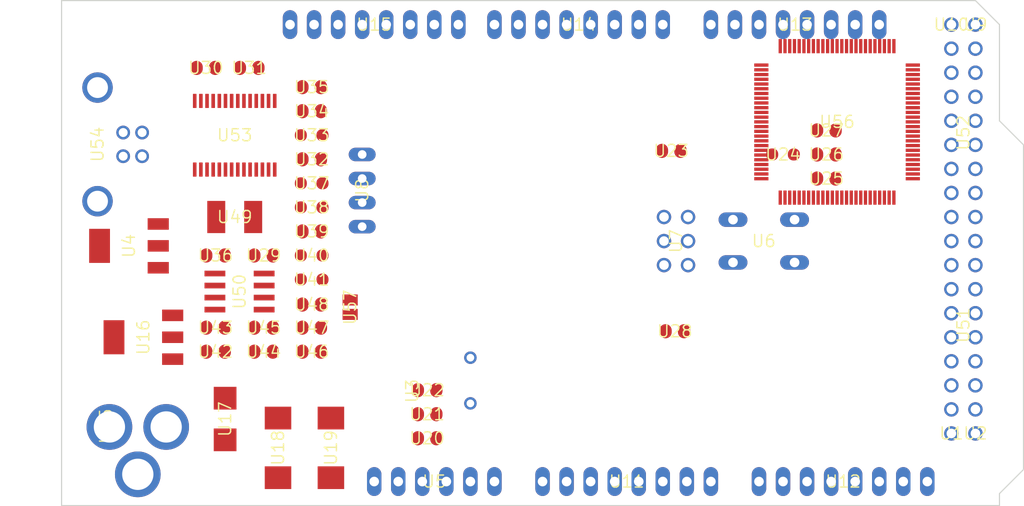
<source format=kicad_pcb>
(kicad_pcb (version 20221018) (generator pcbnew)
  (layers (0 "F.Cu" signal "Top") (31 "B.Cu" signal "Bottom") (34 "B.Paste" user) (35 "F.Paste" user) (36 "B.SilkS" user "B.Silkscreen") (37 "F.SilkS" user "F.Silkscreen") (38 "B.Mask" user) (39 "F.Mask" user) (44 "Edge.Cuts" user))
  (net 0 "")
  (net 1 "+5V")
  (net 2 "GND")
  (net 3 "N$6")
  (net 4 "N$7")
  (net 5 "AREF")
  (net 6 "RESET")
  (net 7 "VIN")
  (net 8 "N$3")
  (net 9 "PWRIN")
  (net 10 "M8RXD")
  (net 11 "M8TXD")
  (net 12 "ADC0")
  (net 13 "ADC2")
  (net 14 "ADC1")
  (net 15 "ADC3")
  (net 16 "ADC4")
  (net 17 "ADC5")
  (net 18 "ADC6")
  (net 19 "ADC7")
  (net 20 "+3V3")
  (net 21 "SDA")
  (net 22 "SCL")
  (net 23 "ADC9")
  (net 24 "ADC8")
  (net 25 "ADC10")
  (net 26 "ADC11")
  (net 27 "ADC12")
  (net 28 "ADC13")
  (net 29 "ADC14")
  (net 30 "ADC15")
  (net 31 "PB3")
  (net 32 "PB2")
  (net 33 "PB1")
  (net 34 "PB5")
  (net 35 "PB4")
  (net 36 "PE5")
  (net 37 "PE4")
  (net 38 "PE3")
  (net 39 "PE1")
  (net 40 "PE0")
  (net 41 "N$15")
  (net 42 "N$53")
  (net 43 "N$54")
  (net 44 "N$55")
  (net 45 "D-")
  (net 46 "D+")
  (net 47 "N$60")
  (net 48 "DTR")
  (net 49 "USBVCC")
  (net 50 "N$2")
  (net 51 "N$4")
  (net 52 "GATE_CMD")
  (net 53 "CMP")
  (net 54 "PB6")
  (net 55 "PH3")
  (net 56 "PH4")
  (net 57 "PH5")
  (net 58 "PH6")
  (net 59 "PG5")
  (net 60 "RXD1")
  (net 61 "TXD1")
  (net 62 "RXD2")
  (net 63 "RXD3")
  (net 64 "TXD2")
  (net 65 "TXD3")
  (net 66 "PC0")
  (net 67 "PC1")
  (net 68 "PC2")
  (net 69 "PC3")
  (net 70 "PC4")
  (net 71 "PC5")
  (net 72 "PC6")
  (net 73 "PC7")
  (net 74 "PB0")
  (net 75 "PG0")
  (net 76 "PG1")
  (net 77 "PG2")
  (net 78 "PD7")
  (net 79 "PA0")
  (net 80 "PA1")
  (net 81 "PA2")
  (net 82 "PA3")
  (net 83 "PA4")
  (net 84 "PA5")
  (net 85 "PA6")
  (net 86 "PA7")
  (net 87 "PL0")
  (net 88 "PL1")
  (net 89 "PL2")
  (net 90 "PL3")
  (net 91 "PL4")
  (net 92 "PL5")
  (net 93 "PL6")
  (net 94 "PL7")
  (net 95 "PB7")
  (net 96 "CTS")
  (net 97 "DSR")
  (net 98 "DCD")
  (net 99 "RI")
  (footprint "Arduino_MEGA_Reference_Design:2X03" (layer "F.Cu") (at 162.5981 103.7336 -90)
    (fp_text reference "U7")
    (fp_text value "")
  )
  (footprint "Arduino_MEGA_Reference_Design:1X08" (layer "F.Cu") (at 152.3111 80.8736 180)
    (fp_text reference "U14")
    (fp_text value "")
  )
  (footprint "Arduino_MEGA_Reference_Design:1X08" (layer "F.Cu") (at 130.7211 80.8736 180)
    (fp_text reference "U15")
    (fp_text value "")
  )
  (footprint "Arduino_MEGA_Reference_Design:SMC_D" (layer "F.Cu") (at 120.5611 125.5776 -90)
    (fp_text reference "U18")
    (fp_text value "")
  )
  (footprint "Arduino_MEGA_Reference_Design:SMC_D" (layer "F.Cu") (at 126.1491 125.5776 -90)
    (fp_text reference "U19")
    (fp_text value "")
  )
  (footprint "Arduino_MEGA_Reference_Design:B3F-10XX" (layer "F.Cu") (at 171.8691 103.7336 180)
    (fp_text reference "U6")
    (fp_text value "")
  )
  (footprint "Arduino_MEGA_Reference_Design:0805RND" (layer "F.Cu") (at 173.9011 94.5896 180)
    (fp_text reference "U24")
    (fp_text value "")
  )
  (footprint "Arduino_MEGA_Reference_Design:SMB" (layer "F.Cu") (at 114.9731 122.5296 -90)
    (fp_text reference "U17")
    (fp_text value "")
  )
  (footprint "Arduino_MEGA_Reference_Design:DC-21MM" (layer "F.Cu") (at 103.0351 123.2916 90)
    (fp_text reference "U55")
    (fp_text value "")
  )
  (footprint "Arduino_MEGA_Reference_Design:HC49_S" (layer "F.Cu") (at 140.8811 118.4656 90)
    (fp_text reference "U3")
    (fp_text value "")
  )
  (footprint "Arduino_MEGA_Reference_Design:SOT223" (layer "F.Cu") (at 106.3371 113.8936 90)
    (fp_text reference "U16")
    (fp_text value "")
  )
  (footprint "Arduino_MEGA_Reference_Design:1X06" (layer "F.Cu") (at 137.0711 129.1336)
    (fp_text reference "U5")
    (fp_text value "")
  )
  (footprint "Arduino_MEGA_Reference_Design:C0805RND" (layer "F.Cu") (at 124.1171 87.4776)
    (fp_text reference "U35")
    (fp_text value "")
  )
  (footprint "Arduino_MEGA_Reference_Design:C0805RND" (layer "F.Cu") (at 162.4711 113.2586)
    (fp_text reference "U28")
    (fp_text value "")
  )
  (footprint "Arduino_MEGA_Reference_Design:C0805RND" (layer "F.Cu") (at 136.3091 122.0216)
    (fp_text reference "U21")
    (fp_text value "")
  )
  (footprint "Arduino_MEGA_Reference_Design:C0805RND" (layer "F.Cu") (at 136.3091 119.4816)
    (fp_text reference "U22")
    (fp_text value "")
  )
  (footprint "Arduino_MEGA_Reference_Design:C0805RND" (layer "F.Cu") (at 113.9571 112.8776)
    (fp_text reference "U43")
    (fp_text value "")
  )
  (footprint "Arduino_MEGA_Reference_Design:RCL_0805RND" (layer "F.Cu") (at 124.1171 105.2576)
    (fp_text reference "U40")
    (fp_text value "")
  )
  (footprint "Arduino_MEGA_Reference_Design:RCL_0805RND" (layer "F.Cu") (at 124.1171 107.7976)
    (fp_text reference "U41")
    (fp_text value "")
  )
  (footprint "Arduino_MEGA_Reference_Design:1X08" (layer "F.Cu") (at 157.3911 129.1336)
    (fp_text reference "U11")
    (fp_text value "")
  )
  (footprint "Arduino_MEGA_Reference_Design:1X08" (layer "F.Cu") (at 175.1711 80.8736 180)
    (fp_text reference "U13")
    (fp_text value "")
  )
  (footprint "Arduino_MEGA_Reference_Design:R0805RND" (layer "F.Cu") (at 178.4731 94.5896 180)
    (fp_text reference "U26")
    (fp_text value "")
  )
  (footprint "Arduino_MEGA_Reference_Design:R0805RND" (layer "F.Cu") (at 178.4731 92.0496 180)
    (fp_text reference "U27")
    (fp_text value "")
  )
  (footprint "Arduino_MEGA_Reference_Design:TQFP100" (layer "F.Cu") (at 179.6085662841797 91.14759826660156 0)
    (fp_text reference "U56")
    (fp_text value "")
  )
  (footprint "Arduino_MEGA_Reference_Design:C0805RND" (layer "F.Cu") (at 162.0901 94.2086 180)
    (fp_text reference "U23")
    (fp_text value "")
  )
  (footprint "Arduino_MEGA_Reference_Design:C0805RND" (layer "F.Cu") (at 136.3091 124.5616)
    (fp_text reference "U20")
    (fp_text value "")
  )
  (footprint "Arduino_MEGA_Reference_Design:1X08" (layer "F.Cu") (at 180.2511 129.1336)
    (fp_text reference "U12")
    (fp_text value "")
  )
  (footprint "Arduino_MEGA_Reference_Design:R0805RND" (layer "F.Cu") (at 124.1171 112.8776)
    (fp_text reference "U47")
    (fp_text value "")
  )
  (footprint "Arduino_MEGA_Reference_Design:C0805RND" (layer "F.Cu") (at 124.1171 115.4176)
    (fp_text reference "U46")
    (fp_text value "")
  )
  (footprint "Arduino_MEGA_Reference_Design:C0805RND" (layer "F.Cu") (at 113.9571 105.2576)
    (fp_text reference "U36")
    (fp_text value "")
  )
  (footprint "Arduino_MEGA_Reference_Design:C0805RND" (layer "F.Cu") (at 112.9411 85.4456)
    (fp_text reference "U30")
    (fp_text value "")
  )
  (footprint "Arduino_MEGA_Reference_Design:0805RND" (layer "F.Cu") (at 124.1171 100.1776 180)
    (fp_text reference "U38")
    (fp_text value "")
  )
  (footprint "Arduino_MEGA_Reference_Design:0805RND" (layer "F.Cu") (at 124.1171 97.6376 180)
    (fp_text reference "U37")
    (fp_text value "")
  )
  (footprint "Arduino_MEGA_Reference_Design:R0805RND" (layer "F.Cu") (at 124.1171 95.0976)
    (fp_text reference "U32")
    (fp_text value "")
  )
  (footprint "Arduino_MEGA_Reference_Design:R0805RND" (layer "F.Cu") (at 124.1171 102.7176)
    (fp_text reference "U39")
    (fp_text value "")
  )
  (footprint "Arduino_MEGA_Reference_Design:SSOP28" (layer "F.Cu") (at 115.9891 92.5576)
    (fp_text reference "U53")
    (fp_text value "")
  )
  (footprint "Arduino_MEGA_Reference_Design:PN61729" (layer "F.Cu") (at 98.9584 93.5228 -90)
    (fp_text reference "U54")
    (fp_text value "")
  )
  (footprint "Arduino_MEGA_Reference_Design:L1812" (layer "F.Cu") (at 115.9891 101.1936)
    (fp_text reference "U49")
    (fp_text value "")
  )
  (footprint "Arduino_MEGA_Reference_Design:C0805RND" (layer "F.Cu") (at 117.5131 85.4456)
    (fp_text reference "U31")
    (fp_text value "")
  )
  (footprint "Arduino_MEGA_Reference_Design:0805RND" (layer "F.Cu") (at 124.1171 92.5576 180)
    (fp_text reference "U33")
    (fp_text value "")
  )
  (footprint "Arduino_MEGA_Reference_Design:R0805RND" (layer "F.Cu") (at 124.1171 90.0176 180)
    (fp_text reference "U34")
    (fp_text value "")
  )
  (footprint "Arduino_MEGA_Reference_Design:C0805RND" (layer "F.Cu") (at 124.1171 110.4392 180)
    (fp_text reference "U48")
    (fp_text value "")
  )
  (footprint "Arduino_MEGA_Reference_Design:SOT223" (layer "F.Cu") (at 104.8131 104.2416 90)
    (fp_text reference "U4")
    (fp_text value "")
  )
  (footprint "Arduino_MEGA_Reference_Design:SO08" (layer "F.Cu") (at 116.4971 109.0676 -90)
    (fp_text reference "U50")
    (fp_text value "")
  )
  (footprint "Arduino_MEGA_Reference_Design:R0805RND" (layer "F.Cu") (at 113.9571 115.4176 180)
    (fp_text reference "U42")
    (fp_text value "")
  )
  (footprint "Arduino_MEGA_Reference_Design:R0805RND" (layer "F.Cu") (at 119.0371 112.8776 180)
    (fp_text reference "U45")
    (fp_text value "")
  )
  (footprint "Arduino_MEGA_Reference_Design:C0805RND" (layer "F.Cu") (at 119.0371 115.4176 180)
    (fp_text reference "U44")
    (fp_text value "")
  )
  (footprint "Arduino_MEGA_Reference_Design:C0805RND" (layer "F.Cu") (at 119.0371 105.2576)
    (fp_text reference "U29")
    (fp_text value "")
  )
  (footprint "Arduino_MEGA_Reference_Design:2X08" (layer "F.Cu") (at 192.9511 92.3036 90)
    (fp_text reference "U52")
    (fp_text value "")
  )
  (footprint "Arduino_MEGA_Reference_Design:2X08" (layer "F.Cu") (at 192.9511 112.6236 90)
    (fp_text reference "U51")
    (fp_text value "")
  )
  (footprint "Arduino_MEGA_Reference_Design:R0805RND" (layer "F.Cu") (at 178.4731 97.1296 180)
    (fp_text reference "U25")
    (fp_text value "")
  )
  (footprint "Arduino_MEGA_Reference_Design:1X01" (layer "F.Cu") (at 191.6811 80.8736)
    (fp_text reference "U10")
    (fp_text value "")
  )
  (footprint "Arduino_MEGA_Reference_Design:1X01" (layer "F.Cu") (at 194.2211 80.8736)
    (fp_text reference "U9")
    (fp_text value "")
  )
  (footprint "Arduino_MEGA_Reference_Design:1X01" (layer "F.Cu") (at 191.6811 124.0536)
    (fp_text reference "U1")
    (fp_text value "")
  )
  (footprint "Arduino_MEGA_Reference_Design:1X01" (layer "F.Cu") (at 194.2211 124.0536)
    (fp_text reference "U2")
    (fp_text value "")
  )
  (footprint "Arduino_MEGA_Reference_Design:SJ" (layer "F.Cu") (at 128.1811 110.7186 -90)
    (fp_text reference "U57")
    (fp_text value "")
  )
  (footprint "Arduino_MEGA_Reference_Design:JP4" (layer "F.Cu") (at 129.4511 98.3996 -90)
    (fp_text reference "U8")
    (fp_text value "")
  )
  (gr_line (start 196.7611 80.8736) (end 196.7611 91.0336) (layer "Edge.Cuts") (width 0.12))
  (gr_line (start 196.7611 130.4036) (end 196.7611 131.6736) (layer "Edge.Cuts") (width 0.12))
  (gr_line (start 194.2211 78.3336) (end 196.7611 80.8736) (layer "Edge.Cuts") (width 0.12))
  (gr_line (start 97.7011 78.3336) (end 194.2211 78.3336) (layer "Edge.Cuts") (width 0.12))
  (gr_line (start 196.7611 91.0336) (end 199.3011 93.5736) (layer "Edge.Cuts") (width 0.12))
  (gr_line (start 97.7011 131.6736) (end 97.7011 78.3336) (layer "Edge.Cuts") (width 0.12))
  (gr_line (start 196.7611 131.6736) (end 97.7011 131.6736) (layer "Edge.Cuts") (width 0.12))
  (gr_line (start 199.3011 93.5736) (end 199.3011 127.8636) (layer "Edge.Cuts") (width 0.12))
  (gr_line (start 199.3011 127.8636) (end 196.7611 130.4036) (layer "Edge.Cuts") (width 0.12))
)
</source>
